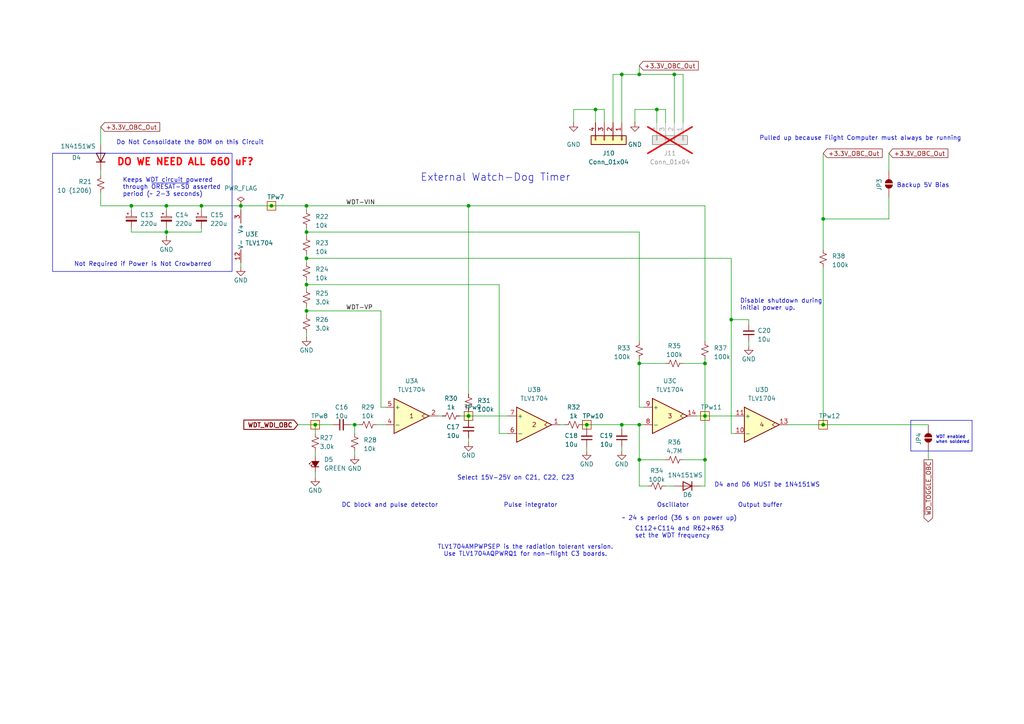
<source format=kicad_sch>
(kicad_sch (version 20250114) (generator "eeschema") (generator_version "9.0")
  (paper "A4")
  (lib_symbols
    (symbol "Connector_Generic:Conn_01x04" (pin_names (offset 1.016) (hide yes))
      (property "Reference" "J" (at 0 5.08 0))
      (property "Value" "Conn_01x04" (at 0 -7.62 0))
      (symbol "Conn_01x04_1_1"
        (rectangle (start -1.27 3.81) (end 1.27 -6.35) (stroke (width 0.254)) (fill (type background)))
        (rectangle (start -1.27 2.667) (end 0 2.413) (stroke (width 0.1524)))
        (rectangle (start -1.27 0.127) (end 0 -0.127) (stroke (width 0.1524)))
        (rectangle (start -1.27 -2.413) (end 0 -2.667) (stroke (width 0.1524)))
        (rectangle (start -1.27 -4.953) (end 0 -5.207) (stroke (width 0.1524)))
        (pin passive line (at -5.08 2.54 0) (length 3.81) (name "Pin_1") (number "1"))
        (pin passive line (at -5.08 0 0) (length 3.81) (name "Pin_2") (number "2"))
        (pin passive line (at -5.08 -2.54 0) (length 3.81) (name "Pin_3") (number "3"))
        (pin passive line (at -5.08 -5.08 0) (length 3.81) (name "Pin_4") (number "4"))
      )
    )
    (symbol "Device:C_Polarized_Small" (pin_numbers (hide yes)) (pin_names (offset 0.254) (hide yes))
      (property "Reference" "C" (at 0.254 1.778 0))
      (property "Value" "C_Polarized_Small" (at 0.254 -2.032 0))
      (symbol "C_Polarized_Small_0_1"
        (rectangle (start -1.524 0.6858) (end 1.524 0.3048))
        (rectangle (start -1.524 -0.3048) (end 1.524 -0.6858) (fill (type outline)))
        (polyline (pts (xy -1.27 1.524) (xy -0.762 1.524)))
        (polyline (pts (xy -1.016 1.27) (xy -1.016 1.778)))
      )
      (symbol "C_Polarized_Small_1_1"
        (pin passive line (at 0 2.54 270) (length 1.8542) (name "~") (number "1"))
        (pin passive line (at 0 -2.54 90) (length 1.8542) (name "~") (number "2"))
      )
    )
    (symbol "Device:C_Small" (pin_numbers (hide yes)) (pin_names (offset 0.254) (hide yes))
      (property "Reference" "C" (at 0.254 1.778 0))
      (property "Value" "C_Small" (at 0.254 -2.032 0))
      (symbol "C_Small_0_1"
        (polyline (pts (xy -1.524 0.508) (xy 1.524 0.508)) (stroke (width 0.3048)))
        (polyline (pts (xy -1.524 -0.508) (xy 1.524 -0.508)) (stroke (width 0.3302)))
      )
      (symbol "C_Small_1_1"
        (pin passive line (at 0 2.54 270) (length 2.032) (name "~") (number "1"))
        (pin passive line (at 0 -2.54 90) (length 2.032) (name "~") (number "2"))
      )
    )
    (symbol "Device:D" (pin_numbers (hide yes)) (pin_names (offset 1.016) (hide yes))
      (property "Reference" "D" (at 0 2.54 0))
      (property "Value" "D" (at 0 -2.54 0))
      (symbol "D_0_1"
        (polyline (pts (xy -1.27 1.27) (xy -1.27 -1.27)) (stroke (width 0.254)))
        (polyline (pts (xy 1.27 1.27) (xy 1.27 -1.27) (xy -1.27 0) (xy 1.27 1.27)) (stroke (width 0.254)))
        (polyline (pts (xy 1.27 0) (xy -1.27 0)))
      )
      (symbol "D_1_1"
        (pin passive line (at -3.81 0 0) (length 2.54) (name "K") (number "1"))
        (pin passive line (at 3.81 0 180) (length 2.54) (name "A") (number "2"))
      )
    )
    (symbol "Device:LED_Small_Filled" (pin_numbers (hide yes)) (pin_names (offset 0.254) (hide yes))
      (property "Reference" "D" (at -1.27 3.175 0))
      (property "Value" "LED_Small_Filled" (at -4.445 -2.54 0))
      (symbol "LED_Small_Filled_0_1"
        (polyline (pts (xy -0.762 -1.016) (xy -0.762 1.016)) (stroke (width 0.254)))
        (polyline (pts (xy 0 0.762) (xy -0.508 1.27) (xy -0.254 1.27) (xy -0.508 1.27) (xy -0.508 1.016)))
        (polyline (pts (xy 0.508 1.27) (xy 0 1.778) (xy 0.254 1.778) (xy 0 1.778) (xy 0 1.524)))
        (polyline (pts (xy 0.762 -1.016) (xy -0.762 0) (xy 0.762 1.016) (xy 0.762 -1.016)) (stroke (width 0.254)) (fill (type outline)))
        (polyline (pts (xy 1.016 0) (xy -0.762 0)))
      )
      (symbol "LED_Small_Filled_1_1"
        (pin passive line (at -2.54 0 0) (length 1.778) (name "K") (number "1"))
        (pin passive line (at 2.54 0 180) (length 1.778) (name "A") (number "2"))
      )
    )
    (symbol "Device:R_Small_US" (pin_numbers (hide yes)) (pin_names (offset 0.254) (hide yes))
      (property "Reference" "R" (at 0.762 0.508 0))
      (property "Value" "R_Small_US" (at 0.762 -1.016 0))
      (symbol "R_Small_US_1_1"
        (polyline (pts (xy 0 1.524) (xy 1.016 1.143) (xy 0 0.762) (xy -1.016 0.381) (xy 0 0)))
        (polyline (pts (xy 0 0) (xy 1.016 -0.381) (xy 0 -0.762) (xy -1.016 -1.143) (xy 0 -1.524)))
        (pin passive line (at 0 2.54 270) (length 1.016) (name "~") (number "1"))
        (pin passive line (at 0 -2.54 90) (length 1.016) (name "~") (number "2"))
      )
    )
    (symbol "Jumper:SolderJumper_2_Open" (pin_numbers (hide yes)) (pin_names (offset 0) (hide yes)) (exclude_from_sim yes) (in_bom no)
      (property "Reference" "JP" (at 0 2.032 0))
      (property "Value" "SolderJumper_2_Open" (at 0 -2.54 0))
      (symbol "SolderJumper_2_Open_0_1"
        (polyline (pts (xy -0.254 1.016) (xy -0.254 -1.016)))
        (arc (start -0.254 -1.016) (mid -1.2656 0) (end -0.254 1.016))
        (arc (start -0.254 -1.016) (mid -1.2656 0) (end -0.254 1.016) (fill (type outline)))
        (arc (start 0.254 1.016) (mid 1.2656 0) (end 0.254 -1.016))
        (arc (start 0.254 1.016) (mid 1.2656 0) (end 0.254 -1.016) (fill (type outline)))
        (polyline (pts (xy 0.254 1.016) (xy 0.254 -1.016)))
      )
      (symbol "SolderJumper_2_Open_1_1"
        (pin passive line (at -3.81 0 0) (length 2.54) (name "A") (number "1"))
        (pin passive line (at 3.81 0 180) (length 2.54) (name "B") (number "2"))
      )
    )
    (symbol "TLV1704:TLV1704AIPWR" (pin_names (offset 0.127))
      (property "Reference" "U4" (at 0 8.89 0))
      (property "Value" "TLV1704" (at 0 6.35 0))
      (symbol "TLV1704AIPWR_1_1"
        (polyline (pts (xy -5.08 5.08) (xy 5.08 0) (xy -5.08 -5.08) (xy -5.08 5.08)) (stroke (width 0.254)) (fill (type background)))
        (polyline (pts (xy 3.048 0) (xy 3.81 -0.635)))
        (polyline (pts (xy 3.81 0.635) (xy 3.048 0)))
        (text "1" (at 0 0 0) (effects (font (size 1.27 1.27))))
        (pin input line (at -7.62 2.54 0) (length 2.54) (name "+") (number "5"))
        (pin input line (at -7.62 -2.54 0) (length 2.54) (name "-") (number "4"))
        (pin open_collector line (at 7.62 0 180) (length 2.54) (name "~") (number "2"))
      )
      (symbol "TLV1704AIPWR_2_1"
        (polyline (pts (xy -5.08 5.08) (xy 5.08 0) (xy -5.08 -5.08) (xy -5.08 5.08)) (stroke (width 0.254)) (fill (type background)))
        (polyline (pts (xy 3.048 0) (xy 3.81 -0.635)))
        (polyline (pts (xy 3.81 0.635) (xy 3.048 0)))
        (text "2" (at 0 0 0) (effects (font (size 1.27 1.27))))
        (pin input line (at -7.62 2.54 0) (length 2.54) (name "+") (number "7"))
        (pin input line (at -7.62 -2.54 0) (length 2.54) (name "-") (number "6"))
        (pin open_collector line (at 7.62 0 180) (length 2.54) (name "~") (number "1"))
      )
      (symbol "TLV1704AIPWR_3_1"
        (polyline (pts (xy -5.08 5.08) (xy 5.08 0) (xy -5.08 -5.08) (xy -5.08 5.08)) (stroke (width 0.254)) (fill (type background)))
        (polyline (pts (xy 3.048 0) (xy 3.81 -0.635)))
        (polyline (pts (xy 3.81 0.635) (xy 3.048 0)))
        (text "3" (at 0 0 0) (effects (font (size 1.27 1.27))))
        (pin input line (at -7.62 2.54 0) (length 2.54) (name "+") (number "9"))
        (pin input line (at -7.62 -2.54 0) (length 2.54) (name "-") (number "8"))
        (pin open_collector line (at 7.62 0 180) (length 2.54) (name "~") (number "14"))
      )
      (symbol "TLV1704AIPWR_4_1"
        (polyline (pts (xy -5.08 5.08) (xy 5.08 0) (xy -5.08 -5.08) (xy -5.08 5.08)) (stroke (width 0.254)) (fill (type background)))
        (polyline (pts (xy 3.048 0) (xy 3.81 -0.635)))
        (polyline (pts (xy 3.81 0.635) (xy 3.048 0)))
        (text "4" (at 0 0 0) (effects (font (size 1.27 1.27))))
        (pin input line (at -7.62 2.54 0) (length 2.54) (name "+") (number "11"))
        (pin input line (at -7.62 -2.54 0) (length 2.54) (name "-") (number "10"))
        (pin open_collector line (at 7.62 0 180) (length 2.54) (name "~") (number "13"))
      )
      (symbol "TLV1704AIPWR_5_1"
        (pin power_in line (at -2.54 7.62 270) (length 3.81) (name "V+") (number "3"))
        (pin power_in line (at -2.54 -7.62 90) (length 3.81) (name "V-") (number "12"))
      )
    )
    (symbol "TestPointWD:Test-Point-0.75mm-th" (exclude_from_sim yes) (in_bom no)
      (property "Reference" "TPw" (at -1.27 2.54 0))
      (symbol "Test-Point-0.75mm-th_1_0"
        (pin passive line (at 0 0 0) (length 0) (name "1") (number "1"))
      )
      (symbol "Test-Point-0.75mm-th_1_1"
        (rectangle (start -1.27 1.27) (end 1.27 -1.27) (fill (type background)))
      )
    )
    (symbol "power:GND" (power) (pin_numbers (hide yes)) (pin_names (offset 0) (hide yes))
      (property "Value" "GND" (at 0 -3.81 0))
      (symbol "GND_0_1"
        (polyline (pts (xy 0 0) (xy 0 -1.27) (xy 1.27 -1.27) (xy 0 -2.54) (xy -1.27 -1.27) (xy 0 -1.27)))
      )
      (symbol "GND_1_1"
        (pin power_in line (at 0 0 270) (length 0) (name "~") (number "1"))
      )
    )
    (symbol "power:PWR_FLAG" (power) (pin_numbers (hide yes)) (pin_names (offset 0) (hide yes))
      (property "Value" "PWR_FLAG" (at 0 3.81 0))
      (symbol "PWR_FLAG_0_0"
        (pin power_out line (at 0 0 90) (length 0) (name "~") (number "1"))
      )
      (symbol "PWR_FLAG_0_1"
        (polyline (pts (xy 0 0) (xy 0 1.27) (xy -1.016 1.905) (xy 0 2.54) (xy 1.016 1.905) (xy 0 1.27)))
      )
    )
  )
  (rectangle (start 15.24 44.45) (end 67.31 78.74))
  (text "TLV1704AMPWPSEP is the radiation tolerant version.\nUse TLV1704AQPWRQ1 for non-flight C3 boards." (at 152.4 159.766 0) (effects (font (size 1.27 1.27))))
  (text "Keeps WDT circuit powered\nthrough ~{ORESAT-SD} asserted\nperiod (~ 2-3 seconds)" (at 35.56 57.15 0) (effects (font (size 1.27 1.27)) (justify left bottom)))
  (text "Backup 5V Bias" (at 267.716 53.848 0) (effects (font (size 1.27 1.27))))
  (text "Pulled up because Flight Computer must always be running" (at 220.218 40.894 0) (effects (font (size 1.27 1.27)) (justify left bottom)))
  (text "Oscillator" (at 190.5 147.32 0) (effects (font (size 1.27 1.27)) (justify left bottom)))
  (text "External Watch-Dog Timer" (at 121.92 52.832 0) (effects (font (size 2.159 2.159)) (justify left bottom)))
  (text "Disable shutdown during\ninitial power up." (at 214.63 90.17 0) (effects (font (size 1.27 1.27)) (justify left bottom)))
  (text "Not Required if Power is Not Crowbarred " (at 41.91 76.708 0) (effects (font (size 1.27 1.27))))
  (text "Pulse integrator" (at 146.05 147.32 0) (effects (font (size 1.27 1.27)) (justify left bottom)))
  (text "C112+C114 and R62+R63 \nset the WDT frequency" (at 184.15 156.21 0) (effects (font (size 1.27 1.27)) (justify left bottom)))
  (text "DO WE NEED ALL 660 uF?" (at 33.782 48.26 0) (effects (font (size 2 2) (thickness 0.4) (bold yes)) (justify left bottom)))
  (text "~ 24 s period (36 s on power up)" (at 180.34 151.13 0) (effects (font (size 1.27 1.27)) (justify left bottom)))
  (text "D4 and D6 MUST be 1N4151WS" (at 222.504 140.716 0) (effects (font (size 1.27 1.27))))
  (text "Do Not Consolidate the BOM on this Circuit" (at 55.118 41.402 0) (effects (font (size 1.27 1.27))))
  (text "Select 15V-25V on C21, C22, C23" (at 149.606 138.684 0) (effects (font (size 1.27 1.27))))
  (text "Output buffer" (at 213.995 147.32 0) (effects (font (size 1.27 1.27)) (justify left bottom)))
  (text "WDT enabled\nwhen soldered" (at 271.399 128.778 0) (effects (font (size 0.889 0.889)) (justify left bottom)))
  (text "DC block and pulse detector" (at 99.06 147.32 0) (effects (font (size 1.27 1.27)) (justify left bottom)))
  (junction (at 238.76 63.5))
  (junction (at 102.87 123.19))
  (junction (at 180.34 21.59))
  (junction (at 204.47 120.65))
  (junction (at 88.9 74.93))
  (junction (at 204.47 105.41))
  (junction (at 88.9 90.17))
  (junction (at 204.47 133.35))
  (junction (at 185.42 105.41))
  (junction (at 185.42 133.35))
  (junction (at 58.42 59.69))
  (junction (at 180.34 123.19))
  (junction (at 172.72 31.75))
  (junction (at 135.89 59.69))
  (junction (at 48.26 59.69))
  (junction (at 195.58 21.59))
  (junction (at 38.1 59.69))
  (junction (at 185.42 123.19))
  (junction (at 88.9 59.69))
  (junction (at 91.44 123.19))
  (junction (at 69.85 59.69))
  (junction (at 78.74 59.69))
  (junction (at 170.18 123.19))
  (junction (at 212.09 92.71))
  (junction (at 48.26 67.31))
  (junction (at 190.5 31.75))
  (junction (at 185.42 21.59))
  (junction (at 135.89 120.65))
  (junction (at 88.9 67.31))
  (junction (at 238.76 123.19))
  (junction (at 88.9 82.55))
  (wire (pts (xy 58.42 66.04) (xy 58.42 67.31)))
  (wire (pts (xy 88.9 82.55) (xy 88.9 83.82)))
  (wire (pts (xy 257.81 44.45) (xy 257.81 49.53)))
  (wire (pts (xy 58.42 59.69) (xy 69.85 59.69)))
  (wire (pts (xy 88.9 90.17) (xy 88.9 91.44)))
  (wire (pts (xy 48.26 67.31) (xy 48.26 68.58)))
  (wire (pts (xy 217.17 100.33) (xy 217.17 99.06)))
  (wire (pts (xy 172.72 31.75) (xy 166.37 31.75)))
  (wire (pts (xy 180.34 123.19) (xy 185.42 123.19)))
  (wire (pts (xy 69.85 77.47) (xy 69.85 76.2)))
  (wire (pts (xy 180.34 21.59) (xy 185.42 21.59)))
  (wire (pts (xy 29.21 49.53) (xy 29.21 50.8)))
  (wire (pts (xy 88.9 90.17) (xy 110.49 90.17)))
  (wire (pts (xy 135.89 120.65) (xy 147.32 120.65)))
  (wire (pts (xy 204.47 140.97) (xy 204.47 133.35)))
  (wire (pts (xy 88.9 82.55) (xy 144.78 82.55)))
  (wire (pts (xy 110.49 90.17) (xy 110.49 118.11)))
  (wire (pts (xy 162.56 123.19) (xy 163.83 123.19)))
  (wire (pts (xy 88.9 67.31) (xy 185.42 67.31)))
  (wire (pts (xy 184.15 31.75) (xy 184.15 35.56)))
  (wire (pts (xy 212.09 92.71) (xy 217.17 92.71)))
  (wire (pts (xy 48.26 67.31) (xy 58.42 67.31)))
  (wire (pts (xy 88.9 81.28) (xy 88.9 82.55)))
  (wire (pts (xy 177.8 21.59) (xy 180.34 21.59)))
  (wire (pts (xy 190.5 35.56) (xy 190.5 31.75)))
  (wire (pts (xy 212.09 92.71) (xy 212.09 125.73)))
  (wire (pts (xy 86.36 123.19) (xy 91.44 123.19)))
  (wire (pts (xy 204.47 104.14) (xy 204.47 105.41)))
  (wire (pts (xy 238.76 123.19) (xy 269.24 123.19)))
  (wire (pts (xy 217.17 93.98) (xy 217.17 92.71)))
  (wire (pts (xy 201.93 120.65) (xy 204.47 120.65)))
  (wire (pts (xy 38.1 59.69) (xy 48.26 59.69)))
  (wire (pts (xy 177.8 35.56) (xy 177.8 21.59)))
  (wire (pts (xy 102.87 130.81) (xy 102.87 132.08)))
  (wire (pts (xy 204.47 105.41) (xy 204.47 120.65)))
  (wire (pts (xy 133.35 120.65) (xy 135.89 120.65)))
  (wire (pts (xy 190.5 31.75) (xy 184.15 31.75)))
  (wire (pts (xy 175.26 31.75) (xy 175.26 35.56)))
  (wire (pts (xy 185.42 140.97) (xy 187.96 140.97)))
  (wire (pts (xy 198.12 35.56) (xy 198.12 21.59)))
  (wire (pts (xy 29.21 59.69) (xy 38.1 59.69)))
  (wire (pts (xy 269.24 130.81) (xy 269.24 133.35)))
  (wire (pts (xy 238.76 63.5) (xy 238.76 72.39)))
  (wire (pts (xy 88.9 88.9) (xy 88.9 90.17)))
  (wire (pts (xy 228.6 123.19) (xy 238.76 123.19)))
  (wire (pts (xy 185.42 104.14) (xy 185.42 105.41)))
  (wire (pts (xy 238.76 44.45) (xy 238.76 63.5)))
  (wire (pts (xy 172.72 35.56) (xy 172.72 31.75)))
  (wire (pts (xy 204.47 120.65) (xy 213.36 120.65)))
  (wire (pts (xy 185.42 140.97) (xy 185.42 133.35)))
  (wire (pts (xy 135.89 128.27) (xy 135.89 127)))
  (wire (pts (xy 88.9 73.66) (xy 88.9 74.93)))
  (wire (pts (xy 91.44 125.73) (xy 91.44 123.19)))
  (wire (pts (xy 257.81 63.5) (xy 238.76 63.5)))
  (wire (pts (xy 170.18 123.19) (xy 180.34 123.19)))
  (wire (pts (xy 185.42 99.06) (xy 185.42 67.31)))
  (wire (pts (xy 91.44 130.81) (xy 91.44 132.08)))
  (polyline (pts (xy 264.16 121.92) (xy 281.94 121.92)))
  (wire (pts (xy 29.21 36.83) (xy 29.21 41.91)))
  (polyline (pts (xy 264.16 130.81) (xy 264.16 121.92)))
  (wire (pts (xy 193.04 31.75) (xy 193.04 35.56)))
  (wire (pts (xy 185.42 118.11) (xy 185.42 105.41)))
  (wire (pts (xy 58.42 60.96) (xy 58.42 59.69)))
  (wire (pts (xy 193.04 133.35) (xy 185.42 133.35)))
  (wire (pts (xy 69.85 59.69) (xy 78.74 59.69)))
  (wire (pts (xy 135.89 59.69) (xy 135.89 114.3)))
  (wire (pts (xy 135.89 120.65) (xy 135.89 121.92)))
  (wire (pts (xy 102.87 123.19) (xy 102.87 125.73)))
  (wire (pts (xy 257.81 57.15) (xy 257.81 63.5)))
  (wire (pts (xy 135.89 120.65) (xy 135.89 119.38)))
  (wire (pts (xy 203.2 140.97) (xy 204.47 140.97)))
  (wire (pts (xy 212.09 74.93) (xy 212.09 92.71)))
  (wire (pts (xy 48.26 66.04) (xy 48.26 67.31)))
  (wire (pts (xy 198.12 133.35) (xy 204.47 133.35)))
  (wire (pts (xy 88.9 74.93) (xy 212.09 74.93)))
  (wire (pts (xy 69.85 60.96) (xy 69.85 59.69)))
  (wire (pts (xy 78.74 59.69) (xy 88.9 59.69)))
  (wire (pts (xy 88.9 67.31) (xy 88.9 68.58)))
  (wire (pts (xy 238.76 77.47) (xy 238.76 123.19)))
  (wire (pts (xy 88.9 96.52) (xy 88.9 97.79)))
  (wire (pts (xy 135.89 59.69) (xy 88.9 59.69)))
  (wire (pts (xy 170.18 123.19) (xy 170.18 124.46)))
  (wire (pts (xy 198.12 105.41) (xy 204.47 105.41)))
  (wire (pts (xy 180.34 124.46) (xy 180.34 123.19)))
  (wire (pts (xy 135.89 59.69) (xy 204.47 59.69)))
  (polyline (pts (xy 281.94 121.92) (xy 281.94 130.81)))
  (wire (pts (xy 88.9 60.96) (xy 88.9 59.69)))
  (wire (pts (xy 48.26 67.31) (xy 38.1 67.31)))
  (wire (pts (xy 91.44 138.43) (xy 91.44 137.16)))
  (wire (pts (xy 185.42 133.35) (xy 185.42 123.19)))
  (wire (pts (xy 88.9 74.93) (xy 88.9 76.2)))
  (wire (pts (xy 144.78 125.73) (xy 147.32 125.73)))
  (wire (pts (xy 180.34 130.81) (xy 180.34 129.54)))
  (wire (pts (xy 144.78 82.55) (xy 144.78 125.73)))
  (wire (pts (xy 185.42 105.41) (xy 193.04 105.41)))
  (wire (pts (xy 48.26 59.69) (xy 58.42 59.69)))
  (wire (pts (xy 48.26 59.69) (xy 48.26 60.96)))
  (wire (pts (xy 166.37 31.75) (xy 166.37 35.56)))
  (wire (pts (xy 127 120.65) (xy 128.27 120.65)))
  (wire (pts (xy 168.91 123.19) (xy 170.18 123.19)))
  (wire (pts (xy 195.58 21.59) (xy 185.42 21.59)))
  (wire (pts (xy 29.21 55.88) (xy 29.21 59.69)))
  (wire (pts (xy 190.5 31.75) (xy 193.04 31.75)))
  (wire (pts (xy 172.72 31.75) (xy 175.26 31.75)))
  (wire (pts (xy 170.18 130.81) (xy 170.18 129.54)))
  (wire (pts (xy 186.69 118.11) (xy 185.42 118.11)))
  (wire (pts (xy 198.12 21.59) (xy 195.58 21.59)))
  (wire (pts (xy 101.6 123.19) (xy 102.87 123.19)))
  (wire (pts (xy 102.87 123.19) (xy 104.14 123.19)))
  (wire (pts (xy 204.47 99.06) (xy 204.47 59.69)))
  (wire (pts (xy 193.04 140.97) (xy 195.58 140.97)))
  (wire (pts (xy 195.58 35.56) (xy 195.58 21.59)))
  (wire (pts (xy 38.1 59.69) (xy 38.1 60.96)))
  (wire (pts (xy 185.42 21.59) (xy 185.42 19.05)))
  (wire (pts (xy 212.09 125.73) (xy 213.36 125.73)))
  (wire (pts (xy 204.47 133.35) (xy 204.47 120.65)))
  (wire (pts (xy 180.34 21.59) (xy 180.34 35.56)))
  (wire (pts (xy 88.9 66.04) (xy 88.9 67.31)))
  (polyline (pts (xy 281.94 130.81) (xy 264.16 130.81)))
  (wire (pts (xy 38.1 66.04) (xy 38.1 67.31)))
  (wire (pts (xy 185.42 123.19) (xy 186.69 123.19)))
  (wire (pts (xy 91.44 123.19) (xy 96.52 123.19)))
  (wire (pts (xy 110.49 118.11) (xy 111.76 118.11)))
  (wire (pts (xy 109.22 123.19) (xy 111.76 123.19)))
  (label "WDT-VP" (at 100.33 90.17 0))
  (label "WDT-VIN" (at 100.33 59.69 0))
  (global_label "+3.3V_OBC_Out" (shape input) (at 238.76 44.45 0) (property "Intersheetrefs" "${INTERSHEET_REFS}" (effects (hide yes))))
  (global_label "~{WD_TOGGLE_OBC}" (shape output) (at 269.24 133.35 270) (property "Intersheetrefs" "${INTERSHEET_REFS}" (effects (hide yes))))
  (global_label "WDT_WDI_OBC" (shape input) (at 86.36 123.19 180) (effects (font (thickness 0.254) (bold yes))) (property "Intersheetrefs" "${INTERSHEET_REFS}" (effects (hide yes))))
  (global_label "+3.3V_OBC_Out" (shape input) (at 29.21 36.83 0) (property "Intersheetrefs" "${INTERSHEET_REFS}" (effects (hide yes))))
  (global_label "+3.3V_OBC_Out" (shape input) (at 185.42 19.05 0) (property "Intersheetrefs" "${INTERSHEET_REFS}" (effects (hide yes))))
  (global_label "+3.3V_OBC_Out" (shape input) (at 257.81 44.45 0) (property "Intersheetrefs" "${INTERSHEET_REFS}" (effects (hide yes))))
  (symbol (lib_id "Device:R_Small_US") (at 88.9 78.74 0) (unit 1)
    (property "Reference" "R24" (at 91.44 78.105 0) (effects (justify left)))
    (property "Value" "10k" (at 91.44 80.645 0) (effects (justify left)))
    (property "Footprint" "Resistor_SMD:R_0603_1608Metric" (effects (hide yes)))
    (property "Description" "Resistor, small US symbol" (effects (hide yes)))
    (property "DPN" "RMCF0603FT10K0CT-ND" (effects (hide yes)))
    (property "DST" "Digi-Key" (effects (hide yes)))
    (property "MFR" "Stackpole Electronics Inc" (effects (hide yes)))
    (property "MPN" "RMCF0603FT10K0" (effects (hide yes)))
  )
  (symbol (lib_id "TLV1704:TLV1704AIPWR") (at 154.94 123.19 0) (unit 2)
    (property "Reference" "U3" (at 154.94 113.03 0))
    (property "Value" "TLV1704" (at 154.94 115.57 0))
    (property "Footprint" "Package_SO:TSSOP-14_4.4x5mm_P0.65mm" (effects (hide yes)))
    (property "Datasheet" "https://www.ti.com/lit/ds/symlink/tlv1704-sep.pdf" (effects (hide yes)))
    (property "Description" "Analog Comparators 2.2-V to 36-V, radiation tolerant microPower quad comparator in space enhanced plastic 14-TSSOP -55 to 125" (effects (hide yes)))
    (property "MFR" "Texas Instruments" (effects (hide yes)))
    (property "MPN" "TLV1704AQPWRQ1" (effects (hide yes)))
    (property "DST" "Digi-Key" (effects (hide yes)))
    (property "DPN" "296-43799-2-ND" (effects (hide yes)))
  )
  (symbol (lib_id "Device:R_Small_US") (at 195.58 133.35 270) (unit 1)
    (property "Reference" "R36" (at 195.58 128.27 90))
    (property "Value" "4.7M" (at 195.58 130.81 90))
    (property "Footprint" "Resistor_SMD:R_0603_1608Metric" (effects (hide yes)))
    (property "Description" "Resistor, small US symbol" (effects (hide yes)))
    (property "DPN" "RMCF0603FT4M70CT-ND" (effects (hide yes)))
    (property "DST" "Digi-Key" (effects (hide yes)))
    (property "MFR" "Stackpole Electronics Inc" (effects (hide yes)))
    (property "MPN" "RMCF0603FT4M70" (effects (hide yes)))
  )
  (symbol (lib_id "power:PWR_FLAG") (at 69.85 59.69 0) (unit 1)
    (property "Reference" "#FLG05" (effects (hide yes)))
    (property "Value" "PWR_FLAG" (at 69.85 54.61 0))
    (property "Description" "Special symbol for telling ERC where power comes from" (effects (hide yes)))
  )
  (symbol (lib_id "Device:R_Small_US") (at 190.5 140.97 270) (unit 1)
    (property "Reference" "R34" (at 190.5 136.525 90))
    (property "Value" "100k" (at 190.5 139.065 90))
    (property "Footprint" "Resistor_SMD:R_0603_1608Metric" (effects (hide yes)))
    (property "Description" "Resistor, small US symbol" (effects (hide yes)))
    (property "DPN" "RMCF0603FT100KCT-ND" (effects (hide yes)))
    (property "DST" "Digi-Key" (effects (hide yes)))
    (property "MFR" "Stackpole Electronics Inc" (effects (hide yes)))
    (property "MPN" "RMCF0603FT100K" (effects (hide yes)))
  )
  (symbol (lib_id "Jumper:SolderJumper_2_Open") (at 257.81 53.34 270) (unit 1)
    (property "Reference" "JP3" (at 255.016 53.594 0))
    (property "Value" "SolderJumper_2_Open" (effects (hide yes)))
    (property "Footprint" "Jumper:SolderJumper-2_P1.3mm_Open_RoundedPad1.0x1.5mm" (effects (hide yes)))
    (property "Description" "Solder Jumper, 2-pole, open" (effects (hide yes)))
  )
  (symbol (lib_id "TestPointWD:Test-Point-0.75mm-th") (at 204.47 120.65 0) (unit 1) (exclude_from_sim yes) (in_bom no)
    (property "Reference" "TPw11" (at 203.2 118.11 0) (effects (justify left)))
    (property "Value" "TestPoint-MinTH" (effects (hide yes)))
    (property "Footprint" "TestPoint:TestPoint_Pad_1.0x1.0mm" (effects (hide yes)))
    (property "Description" "0.75 mm TH test point; good for scope probes and jumpers" (effects (hide yes)))
  )
  (symbol (lib_id "power:GND") (at 102.87 132.08 0) (unit 1)
    (property "Reference" "#PWR022" (effects (hide yes)))
    (property "Value" "GND" (at 102.87 135.89 0))
    (property "Description" "Power symbol creates a global label with name \"GND\" , ground" (effects (hide yes)))
  )
  (symbol (lib_id "Device:LED_Small_Filled") (at 91.44 134.62 90) (unit 1)
    (property "Reference" "D5" (at 93.98 133.2865 90) (effects (justify right)))
    (property "Value" "GREEN" (at 93.98 135.8265 90) (effects (justify right)))
    (property "Footprint" "LED_SMD:LED_0603_1608Metric" (effects (hide yes)))
    (property "Description" "Light emitting diode, small symbol, filled shape" (effects (hide yes)))
    (property "DPN" "732-4971-1-ND" (effects (hide yes)))
    (property "DST" "Digi-Key" (effects (hide yes)))
    (property "MFR" "Wurth" (effects (hide yes)))
    (property "MPN" "150060GS75000" (effects (hide yes)))
    (property "Sim.Pins" "1=K 2=A" (effects (hide yes)))
  )
  (symbol (lib_id "Device:R_Small_US") (at 195.58 105.41 90) (unit 1)
    (property "Reference" "R35" (at 195.58 100.33 90))
    (property "Value" "100k" (at 195.58 102.87 90))
    (property "Footprint" "Resistor_SMD:R_0603_1608Metric" (effects (hide yes)))
    (property "Description" "Resistor, small US symbol" (effects (hide yes)))
    (property "DPN" "RMCF0603FT100KCT-ND" (effects (hide yes)))
    (property "DST" "Digi-Key" (effects (hide yes)))
    (property "MFR" "Stackpole Electronics Inc" (effects (hide yes)))
    (property "MPN" "RMCF0603FT100K" (effects (hide yes)))
  )
  (symbol (lib_id "Device:R_Small_US") (at 130.81 120.65 90) (unit 1)
    (property "Reference" "R30" (at 130.81 115.57 90))
    (property "Value" "1k" (at 130.81 118.11 90))
    (property "Footprint" "Resistor_SMD:R_0603_1608Metric" (effects (hide yes)))
    (property "Description" "Resistor, small US symbol" (effects (hide yes)))
    (property "DPN" "RMCF0603FT1K00CT-ND" (effects (hide yes)))
    (property "DST" "Digi-Key" (effects (hide yes)))
    (property "MFR" "Stackpole Electronics Inc" (effects (hide yes)))
    (property "MPN" "RMCF0603FT1K00" (effects (hide yes)))
  )
  (symbol (lib_id "power:GND") (at 69.85 77.47 0) (mirror y) (unit 1)
    (property "Reference" "#PWR019" (effects (hide yes)))
    (property "Value" "GND" (at 69.85 81.28 0))
    (property "Description" "Power symbol creates a global label with name \"GND\" , ground" (effects (hide yes)))
  )
  (symbol (lib_id "Connector_Generic:Conn_01x04") (at 195.58 40.64 270) (unit 1) (on_board no) (dnp yes)
    (property "Reference" "J11" (at 194.31 44.45 90))
    (property "Value" "Conn_01x04" (at 194.31 46.99 90))
    (property "Footprint" "Connector_PinSocket_2.54mm:PinSocket_1x04_P2.54mm_Vertical" (effects (hide yes)))
    (property "Description" "Generic connector, single row, 01x04, script generated (kicad-library-utils/schlib/autogen/connector/)" (effects (hide yes)))
  )
  (symbol (lib_id "Device:R_Small_US") (at 88.9 93.98 0) (unit 1)
    (property "Reference" "R26" (at 91.44 92.71 0) (effects (justify left)))
    (property "Value" "3.0k" (at 91.44 95.25 0) (effects (justify left)))
    (property "Footprint" "Resistor_SMD:R_0603_1608Metric" (effects (hide yes)))
    (property "Description" "Resistor, small US symbol" (effects (hide yes)))
    (property "DPN" "RMCF0603FT3K00CT-ND" (effects (hide yes)))
    (property "DST" "Digi-Key" (effects (hide yes)))
    (property "MFR" "Stackpole Electronics Inc" (effects (hide yes)))
    (property "MPN" "RMCF0603FT3K00" (effects (hide yes)))
  )
  (symbol (lib_id "Device:R_Small_US") (at 88.9 63.5 0) (unit 1)
    (property "Reference" "R22" (at 91.44 62.865 0) (effects (justify left)))
    (property "Value" "10k" (at 91.44 65.405 0) (effects (justify left)))
    (property "Footprint" "Resistor_SMD:R_0603_1608Metric" (effects (hide yes)))
    (property "Description" "Resistor, small US symbol" (effects (hide yes)))
    (property "DPN" "RMCF0603FT10K0CT-ND" (effects (hide yes)))
    (property "DST" "Digi-Key" (effects (hide yes)))
    (property "MFR" "Stackpole Electronics Inc" (effects (hide yes)))
    (property "MPN" "RMCF0603FT10K0" (effects (hide yes)))
  )
  (symbol (lib_id "Device:C_Small") (at 99.06 123.19 90) (unit 1)
    (property "Reference" "C16" (at 99.0663 118.11 90))
    (property "Value" "10u" (at 99.0663 120.65 90))
    (property "Footprint" "Capacitor_SMD:C_1210_3225Metric" (effects (hide yes)))
    (property "Description" "Unpolarized capacitor, small symbol" (effects (hide yes)))
    (property "DPN" "490-12317-1-ND" (effects (hide yes)))
    (property "DST" "Digi-Key" (effects (hide yes)))
    (property "MFR" "Murata" (effects (hide yes)))
    (property "MPN" "GRT188R61C106KE13D" (effects (hide yes)))
  )
  (symbol (lib_id "Device:R_Small_US") (at 102.87 128.27 0) (unit 1)
    (property "Reference" "R28" (at 105.41 127.635 0) (effects (justify left)))
    (property "Value" "10k" (at 105.41 130.175 0) (effects (justify left)))
    (property "Footprint" "Resistor_SMD:R_0603_1608Metric" (effects (hide yes)))
    (property "Description" "Resistor, small US symbol" (effects (hide yes)))
    (property "DPN" "RMCF0603FT10K0CT-ND" (effects (hide yes)))
    (property "DST" "Digi-Key" (effects (hide yes)))
    (property "MFR" "Stackpole Electronics Inc" (effects (hide yes)))
    (property "MPN" "RMCF0603FT10K0" (effects (hide yes)))
  )
  (symbol (lib_id "power:GND") (at 135.89 128.27 0) (unit 1)
    (property "Reference" "#PWR023" (effects (hide yes)))
    (property "Value" "GND" (at 135.89 132.08 0))
    (property "Description" "Power symbol creates a global label with name \"GND\" , ground" (effects (hide yes)))
  )
  (symbol (lib_id "power:GND") (at 91.44 138.43 0) (unit 1)
    (property "Reference" "#PWR021" (effects (hide yes)))
    (property "Value" "GND" (at 91.44 142.24 0))
    (property "Description" "Power symbol creates a global label with name \"GND\" , ground" (effects (hide yes)))
  )
  (symbol (lib_id "power:GND") (at 48.26 68.58 0) (unit 1)
    (property "Reference" "#PWR018" (effects (hide yes)))
    (property "Value" "GND" (at 48.26 72.39 0))
    (property "Description" "Power symbol creates a global label with name \"GND\" , ground" (effects (hide yes)))
  )
  (symbol (lib_id "Device:C_Small") (at 170.18 127 0) (mirror x) (unit 1)
    (property "Reference" "C18" (at 167.64 126.3586 0) (effects (justify right)))
    (property "Value" "10u" (at 167.64 128.8986 0) (effects (justify right)))
    (property "Footprint" "Capacitor_SMD:C_1210_3225Metric" (effects (hide yes)))
    (property "Description" "Unpolarized capacitor, small symbol" (effects (hide yes)))
    (property "DPN" "490-12317-1-ND" (effects (hide yes)))
    (property "DST" "Digi-Key" (effects (hide yes)))
    (property "MFR" "Murata" (effects (hide yes)))
    (property "MPN" "GRT188R61C106KE13D" (effects (hide yes)))
  )
  (symbol (lib_id "Device:C_Polarized_Small") (at 38.1 63.5 0) (unit 1)
    (property "Reference" "C13" (at 40.64 62.3189 0) (effects (justify left)))
    (property "Value" "220u" (at 40.64 64.8589 0) (effects (justify left)))
    (property "Footprint" "Capacitor_Tantalum_SMD:CP_EIA-7361-38_AVX-V" (effects (hide yes)))
    (property "Description" "Polarized capacitor, small symbol" (effects (hide yes)))
    (property "DPN" "478-12518-2-ND" (effects (hide yes)))
    (property "DST" "Digi-Key" (effects (hide yes)))
    (property "MFR" "Kyocera AVX" (effects (hide yes)))
    (property "MPN" "TCN4227M025R0100" (effects (hide yes)))
  )
  (symbol (lib_id "power:GND") (at 184.15 35.56 0) (unit 1)
    (property "Reference" "#PWR027" (effects (hide yes)))
    (property "Value" "GND" (at 184.15 41.91 0))
    (property "Description" "Power symbol creates a global label with name \"GND\" , ground" (effects (hide yes)))
  )
  (symbol (lib_id "Device:C_Polarized_Small") (at 48.26 63.5 0) (unit 1)
    (property "Reference" "C14" (at 50.8 62.3189 0) (effects (justify left)))
    (property "Value" "220u" (at 50.8 64.8589 0) (effects (justify left)))
    (property "Footprint" "Capacitor_Tantalum_SMD:CP_EIA-7361-38_AVX-V" (effects (hide yes)))
    (property "Description" "Polarized capacitor, small symbol" (effects (hide yes)))
    (property "DPN" "478-12518-2-ND" (effects (hide yes)))
    (property "DST" "Digi-Key" (effects (hide yes)))
    (property "MFR" "Kyocera AVX" (effects (hide yes)))
    (property "MPN" "TCN4227M025R0100" (effects (hide yes)))
  )
  (symbol (lib_id "Connector_Generic:Conn_01x04") (at 177.8 40.64 270) (unit 1)
    (property "Reference" "J10" (at 176.53 44.45 90))
    (property "Value" "Conn_01x04" (at 176.53 46.99 90))
    (property "Footprint" "Connector_PinSocket_2.54mm:PinSocket_1x04_P2.54mm_Vertical" (effects (hide yes)))
    (property "Description" "Generic connector, single row, 01x04, script generated (kicad-library-utils/schlib/autogen/connector/)" (effects (hide yes)))
  )
  (symbol (lib_id "Device:R_Small_US") (at 91.44 128.27 0) (unit 1)
    (property "Reference" "R27" (at 92.71 127 0) (effects (justify left)))
    (property "Value" "3.0k" (at 92.71 129.54 0) (effects (justify left)))
    (property "Footprint" "Resistor_SMD:R_0603_1608Metric" (effects (hide yes)))
    (property "Description" "Resistor, small US symbol" (effects (hide yes)))
    (property "DPN" "RMCF0603FT3K00CT-ND" (effects (hide yes)))
    (property "DST" "Digi-Key" (effects (hide yes)))
    (property "MFR" "Stackpole Electronics Inc" (effects (hide yes)))
    (property "MPN" "RMCF0603FT3K00" (effects (hide yes)))
  )
  (symbol (lib_id "Jumper:SolderJumper_2_Open") (at 269.24 127 270) (unit 1)
    (property "Reference" "JP4" (at 266.446 127.254 0))
    (property "Value" "SolderJumper_2_Open" (effects (hide yes)))
    (property "Footprint" "Jumper:SolderJumper-2_P1.3mm_Open_RoundedPad1.0x1.5mm" (effects (hide yes)))
    (property "Description" "Solder Jumper, 2-pole, open" (effects (hide yes)))
  )
  (symbol (lib_id "TLV1704:TLV1704AIPWR") (at 194.31 120.65 0) (unit 3)
    (property "Reference" "U3" (at 194.31 110.49 0))
    (property "Value" "TLV1704" (at 194.31 113.03 0))
    (property "Footprint" "Package_SO:TSSOP-14_4.4x5mm_P0.65mm" (effects (hide yes)))
    (property "Datasheet" "https://www.ti.com/lit/ds/symlink/tlv1704-sep.pdf" (effects (hide yes)))
    (property "Description" "Analog Comparators 2.2-V to 36-V, radiation tolerant microPower quad comparator in space enhanced plastic 14-TSSOP -55 to 125" (effects (hide yes)))
    (property "MFR" "Texas Instruments" (effects (hide yes)))
    (property "MPN" "TLV1704AQPWRQ1" (effects (hide yes)))
    (property "DST" "Digi-Key" (effects (hide yes)))
    (property "DPN" "296-43799-2-ND" (effects (hide yes)))
  )
  (symbol (lib_id "Device:R_Small_US") (at 88.9 71.12 0) (unit 1)
    (property "Reference" "R23" (at 91.44 70.485 0) (effects (justify left)))
    (property "Value" "10k" (at 91.44 73.025 0) (effects (justify left)))
    (property "Footprint" "Resistor_SMD:R_0603_1608Metric" (effects (hide yes)))
    (property "Description" "Resistor, small US symbol" (effects (hide yes)))
    (property "DPN" "RMCF0603FT10K0CT-ND" (effects (hide yes)))
    (property "DST" "Digi-Key" (effects (hide yes)))
    (property "MFR" "Stackpole Electronics Inc" (effects (hide yes)))
    (property "MPN" "RMCF0603FT10K0" (effects (hide yes)))
  )
  (symbol (lib_id "power:GND") (at 180.34 130.81 0) (mirror y) (unit 1)
    (property "Reference" "#PWR026" (effects (hide yes)))
    (property "Value" "GND" (at 180.34 134.62 0))
    (property "Description" "Power symbol creates a global label with name \"GND\" , ground" (effects (hide yes)))
  )
  (symbol (lib_id "TestPointWD:Test-Point-0.75mm-th") (at 238.76 123.19 0) (unit 1) (exclude_from_sim yes) (in_bom no)
    (property "Reference" "TPw12" (at 237.49 120.65 0) (effects (justify left)))
    (property "Value" "TestPoint-MinTH" (effects (hide yes)))
    (property "Footprint" "TestPoint:TestPoint_Pad_1.0x1.0mm" (effects (hide yes)))
    (property "Description" "0.75 mm TH test point; good for scope probes and jumpers" (effects (hide yes)))
  )
  (symbol (lib_id "Device:C_Small") (at 180.34 127 0) (mirror x) (unit 1)
    (property "Reference" "C19" (at 177.8 126.3586 0) (effects (justify right)))
    (property "Value" "10u" (at 177.8 128.8986 0) (effects (justify right)))
    (property "Footprint" "Capacitor_SMD:C_1210_3225Metric" (effects (hide yes)))
    (property "Description" "Unpolarized capacitor, small symbol" (effects (hide yes)))
    (property "DPN" "490-12317-1-ND" (effects (hide yes)))
    (property "DST" "Digi-Key" (effects (hide yes)))
    (property "MFR" "Murata" (effects (hide yes)))
    (property "MPN" "GRT188R61C106KE13D" (effects (hide yes)))
  )
  (symbol (lib_id "TLV1704:TLV1704AIPWR") (at 72.39 68.58 0) (unit 5)
    (property "Reference" "U3" (at 71.12 67.945 0) (effects (justify left)))
    (property "Value" "TLV1704" (at 71.12 70.485 0) (effects (justify left)))
    (property "Footprint" "Package_SO:TSSOP-14_4.4x5mm_P0.65mm" (effects (hide yes)))
    (property "Datasheet" "https://www.ti.com/lit/ds/symlink/tlv1704-sep.pdf" (effects (hide yes)))
    (property "Description" "Analog Comparators 2.2-V to 36-V, radiation tolerant microPower quad comparator in space enhanced plastic 14-TSSOP -55 to 125" (effects (hide yes)))
    (property "MFR" "Texas Instruments" (effects (hide yes)))
    (property "MPN" "TLV1704AQPWRQ1" (effects (hide yes)))
    (property "DST" "Digi-Key" (effects (hide yes)))
    (property "DPN" "296-43799-2-ND" (effects (hide yes)))
  )
  (symbol (lib_id "TestPointWD:Test-Point-0.75mm-th") (at 78.74 59.69 0) (unit 1) (exclude_from_sim yes) (in_bom no)
    (property "Reference" "TPw7" (at 77.47 57.15 0) (effects (justify left)))
    (property "Value" "TestPoint-MinTH" (effects (hide yes)))
    (property "Footprint" "TestPoint:TestPoint_Pad_1.0x1.0mm" (effects (hide yes)))
    (property "Description" "0.75 mm TH test point; good for scope probes and jumpers" (effects (hide yes)))
  )
  (symbol (lib_id "Device:D") (at 29.21 45.72 270) (mirror x) (unit 1)
    (property "Reference" "D4" (at 20.828 45.72 90) (effects (justify left)))
    (property "Value" "1N4151WS" (at 17.526 42.418 90) (effects (justify left)))
    (property "Footprint" "Diode_SMD:D_SOD-323" (effects (hide yes)))
    (property "Description" "Diode" (effects (hide yes)))
    (property "DPN" "112-1N4151WS-E3-08CT-ND" (effects (hide yes)))
    (property "DST" "Digi-Key" (effects (hide yes)))
    (property "MFR" "Vishay" (effects (hide yes)))
    (property "MPN" "1N4151WS-E3-08" (effects (hide yes)))
    (property "Sim.Device" "D" (effects (hide yes)))
    (property "Sim.Pins" "1=K 2=A" (effects (hide yes)))
  )
  (symbol (lib_id "Device:R_Small_US") (at 238.76 74.93 180) (unit 1)
    (property "Reference" "R38" (at 241.3 74.295 0) (effects (justify right)))
    (property "Value" "100k" (at 241.3 76.835 0) (effects (justify right)))
    (property "Footprint" "Resistor_SMD:R_0603_1608Metric" (effects (hide yes)))
    (property "Description" "Resistor, small US symbol" (effects (hide yes)))
    (property "DPN" "RMCF0603FT100KCT-ND" (effects (hide yes)))
    (property "DST" "Digi-Key" (effects (hide yes)))
    (property "MFR" "Stackpole Electronics Inc" (effects (hide yes)))
    (property "MPN" "RMCF0603FT100K" (effects (hide yes)))
  )
  (symbol (lib_id "Device:C_Small") (at 217.17 96.52 180) (unit 1)
    (property "Reference" "C20" (at 219.71 95.8786 0) (effects (justify right)))
    (property "Value" "10u" (at 219.71 98.4186 0) (effects (justify right)))
    (property "Footprint" "Capacitor_SMD:C_1210_3225Metric" (effects (hide yes)))
    (property "Description" "Unpolarized capacitor, small symbol" (effects (hide yes)))
    (property "DPN" "490-12317-1-ND" (effects (hide yes)))
    (property "DST" "Digi-Key" (effects (hide yes)))
    (property "MFR" "Murata" (effects (hide yes)))
    (property "MPN" "GRT188R61C106KE13D" (effects (hide yes)))
  )
  (symbol (lib_id "Device:R_Small_US") (at 204.47 101.6 180) (unit 1)
    (property "Reference" "R37" (at 207.01 100.965 0) (effects (justify right)))
    (property "Value" "100k" (at 207.01 103.505 0) (effects (justify right)))
    (property "Footprint" "Resistor_SMD:R_0603_1608Metric" (effects (hide yes)))
    (property "Description" "Resistor, small US symbol" (effects (hide yes)))
    (property "DPN" "RMCF0603FT100KCT-ND" (effects (hide yes)))
    (property "DST" "Digi-Key" (effects (hide yes)))
    (property "MFR" "Stackpole Electronics Inc" (effects (hide yes)))
    (property "MPN" "RMCF0603FT100K" (effects (hide yes)))
  )
  (symbol (lib_id "power:GND") (at 170.18 130.81 0) (mirror y) (unit 1)
    (property "Reference" "#PWR025" (effects (hide yes)))
    (property "Value" "GND" (at 170.18 134.62 0))
    (property "Description" "Power symbol creates a global label with name \"GND\" , ground" (effects (hide yes)))
  )
  (symbol (lib_id "Device:R_Small_US") (at 185.42 101.6 0) (mirror x) (unit 1)
    (property "Reference" "R33" (at 182.88 100.965 0) (effects (justify right)))
    (property "Value" "100k" (at 182.88 103.505 0) (effects (justify right)))
    (property "Footprint" "Resistor_SMD:R_0603_1608Metric" (effects (hide yes)))
    (property "Description" "Resistor, small US symbol" (effects (hide yes)))
    (property "DPN" "RMCF0603FT100KCT-ND" (effects (hide yes)))
    (property "DST" "Digi-Key" (effects (hide yes)))
    (property "MFR" "Stackpole Electronics Inc" (effects (hide yes)))
    (property "MPN" "RMCF0603FT100K" (effects (hide yes)))
  )
  (symbol (lib_id "Device:C_Polarized_Small") (at 58.42 63.5 0) (unit 1)
    (property "Reference" "C15" (at 60.96 62.3189 0) (effects (justify left)))
    (property "Value" "220u" (at 60.96 64.8589 0) (effects (justify left)))
    (property "Footprint" "Capacitor_Tantalum_SMD:CP_EIA-7361-38_AVX-V" (effects (hide yes)))
    (property "Description" "Polarized capacitor, small symbol" (effects (hide yes)))
    (property "DPN" "478-12518-2-ND" (effects (hide yes)))
    (property "DST" "Digi-Key" (effects (hide yes)))
    (property "MFR" "Kyocera AVX" (effects (hide yes)))
    (property "MPN" "TCN4227M025R0100" (effects (hide yes)))
  )
  (symbol (lib_id "TestPointWD:Test-Point-0.75mm-th") (at 91.44 123.19 0) (unit 1) (exclude_from_sim yes) (in_bom no)
    (property "Reference" "TPw8" (at 90.17 120.65 0) (effects (justify left)))
    (property "Value" "TestPoint-MinTH" (effects (hide yes)))
    (property "Footprint" "TestPoint:TestPoint_Pad_1.0x1.0mm" (effects (hide yes)))
    (property "Description" "0.75 mm TH test point; good for scope probes and jumpers" (effects (hide yes)))
  )
  (symbol (lib_id "Device:R_Small_US") (at 88.9 86.36 0) (unit 1)
    (property "Reference" "R25" (at 91.44 85.09 0) (effects (justify left)))
    (property "Value" "3.0k" (at 91.44 87.63 0) (effects (justify left)))
    (property "Footprint" "Resistor_SMD:R_0603_1608Metric" (effects (hide yes)))
    (property "Description" "Resistor, small US symbol" (effects (hide yes)))
    (property "DPN" "RMCF0603FT3K00CT-ND" (effects (hide yes)))
    (property "DST" "Digi-Key" (effects (hide yes)))
    (property "MFR" "Stackpole Electronics Inc" (effects (hide yes)))
    (property "MPN" "RMCF0603FT3K00" (effects (hide yes)))
  )
  (symbol (lib_id "Device:D") (at 199.39 140.97 180) (unit 1)
    (property "Reference" "D6" (at 199.39 143.51 0))
    (property "Value" "1N4151WS" (at 198.755 137.795 0))
    (property "Footprint" "Diode_SMD:D_SOD-323" (effects (hide yes)))
    (property "Description" "Diode" (effects (hide yes)))
    (property "DPN" "112-1N4151WS-E3-08CT-ND" (effects (hide yes)))
    (property "DST" "Digi-Key" (effects (hide yes)))
    (property "MFR" "Vishay" (effects (hide yes)))
    (property "MPN" "1N4151WS-E3-08" (effects (hide yes)))
    (property "Sim.Device" "D" (effects (hide yes)))
    (property "Sim.Pins" "1=K 2=A" (effects (hide yes)))
  )
  (symbol (lib_id "Device:R_Small_US") (at 29.21 53.34 0) (mirror y) (unit 1)
    (property "Reference" "R21" (at 26.67 52.705 0) (effects (justify left)))
    (property "Value" "10 (1206)" (at 26.67 55.245 0) (effects (justify left)))
    (property "Footprint" "Resistor_SMD:R_1206_3216Metric" (effects (hide yes)))
    (property "Description" "Resistor, small US symbol" (effects (hide yes)))
    (property "DPN" "RHM10.0AFCT-ND" (effects (hide yes)))
    (property "DST" "Digi-Key" (effects (hide yes)))
    (property "MFR" "Rohm Semiconductor" (effects (hide yes)))
    (property "MPN" "ESR18EZPF10R0" (effects (hide yes)))
  )
  (symbol (lib_id "TestPointWD:Test-Point-0.75mm-th") (at 135.89 120.65 0) (unit 1) (exclude_from_sim yes) (in_bom no)
    (property "Reference" "TPw9" (at 134.62 118.11 0) (effects (justify left)))
    (property "Value" "TestPoint-MinTH" (effects (hide yes)))
    (property "Footprint" "TestPoint:TestPoint_Pad_1.0x1.0mm" (effects (hide yes)))
    (property "Description" "0.75 mm TH test point; good for scope probes and jumpers" (effects (hide yes)))
  )
  (symbol (lib_id "TLV1704:TLV1704AIPWR") (at 220.98 123.19 0) (unit 4)
    (property "Reference" "U3" (at 220.98 113.03 0))
    (property "Value" "TLV1704" (at 220.98 115.57 0))
    (property "Footprint" "Package_SO:TSSOP-14_4.4x5mm_P0.65mm" (effects (hide yes)))
    (property "Datasheet" "https://www.ti.com/lit/ds/symlink/tlv1704-sep.pdf" (effects (hide yes)))
    (property "Description" "Analog Comparators 2.2-V to 36-V, radiation tolerant microPower quad comparator in space enhanced plastic 14-TSSOP -55 to 125" (effects (hide yes)))
    (property "MFR" "Texas Instruments" (effects (hide yes)))
    (property "MPN" "TLV1704AQPWRQ1" (effects (hide yes)))
    (property "DST" "Digi-Key" (effects (hide yes)))
    (property "DPN" "296-43799-2-ND" (effects (hide yes)))
  )
  (symbol (lib_id "Device:R_Small_US") (at 135.89 116.84 0) (unit 1)
    (property "Reference" "R31" (at 138.43 116.205 0) (effects (justify left)))
    (property "Value" "100k" (at 138.43 118.745 0) (effects (justify left)))
    (property "Footprint" "Resistor_SMD:R_0603_1608Metric" (effects (hide yes)))
    (property "Description" "Resistor, small US symbol" (effects (hide yes)))
    (property "DPN" "RMCF0603FT100KCT-ND" (effects (hide yes)))
    (property "DST" "Digi-Key" (effects (hide yes)))
    (property "MFR" "Stackpole Electronics Inc" (effects (hide yes)))
    (property "MPN" "RMCF0603FT100K" (effects (hide yes)))
  )
  (symbol (lib_id "TestPointWD:Test-Point-0.75mm-th") (at 170.18 123.19 0) (unit 1) (exclude_from_sim yes) (in_bom no)
    (property "Reference" "TPw10" (at 168.91 120.65 0) (effects (justify left)))
    (property "Value" "TestPoint-MinTH" (effects (hide yes)))
    (property "Footprint" "TestPoint:TestPoint_Pad_1.0x1.0mm" (effects (hide yes)))
    (property "Description" "0.75 mm TH test point; good for scope probes and jumpers" (effects (hide yes)))
  )
  (symbol (lib_id "Device:R_Small_US") (at 166.37 123.19 90) (unit 1)
    (property "Reference" "R32" (at 166.37 118.11 90))
    (property "Value" "1k" (at 166.37 120.65 90))
    (property "Footprint" "Resistor_SMD:R_0603_1608Metric" (effects (hide yes)))
    (property "Description" "Resistor, small US symbol" (effects (hide yes)))
    (property "DPN" "RMCF0603FT1K00CT-ND" (effects (hide yes)))
    (property "DST" "Digi-Key" (effects (hide yes)))
    (property "MFR" "Stackpole Electronics Inc" (effects (hide yes)))
    (property "MPN" "RMCF0603FT1K00" (effects (hide yes)))
  )
  (symbol (lib_id "TLV1704:TLV1704AIPWR") (at 119.38 120.65 0) (unit 1)
    (property "Reference" "U3" (at 119.38 110.49 0))
    (property "Value" "TLV1704" (at 119.38 113.03 0))
    (property "Footprint" "Package_SO:TSSOP-14_4.4x5mm_P0.65mm" (effects (hide yes)))
    (property "Datasheet" "https://www.ti.com/lit/ds/symlink/tlv1704-sep.pdf" (effects (hide yes)))
    (property "Description" "Analog Comparators 2.2-V to 36-V, radiation tolerant microPower quad comparator in space enhanced plastic 14-TSSOP -55 to 125" (effects (hide yes)))
    (property "MFR" "Texas Instruments" (effects (hide yes)))
    (property "MPN" "TLV1704AQPWRQ1" (effects (hide yes)))
    (property "DST" "Digi-Key" (effects (hide yes)))
    (property "DPN" "296-43799-2-ND" (effects (hide yes)))
  )
  (symbol (lib_id "Device:R_Small_US") (at 106.68 123.19 90) (unit 1)
    (property "Reference" "R29" (at 106.68 118.11 90))
    (property "Value" "10k" (at 106.68 120.65 90))
    (property "Footprint" "Resistor_SMD:R_0603_1608Metric" (effects (hide yes)))
    (property "Description" "Resistor, small US symbol" (effects (hide yes)))
    (property "DPN" "RMCF0603FT10K0CT-ND" (effects (hide yes)))
    (property "DST" "Digi-Key" (effects (hide yes)))
    (property "MFR" "Stackpole Electronics Inc" (effects (hide yes)))
    (property "MPN" "RMCF0603FT10K0" (effects (hide yes)))
  )
  (symbol (lib_id "power:GND") (at 166.37 35.56 0) (unit 1)
    (property "Reference" "#PWR024" (effects (hide yes)))
    (property "Value" "GND" (at 166.37 41.91 0))
    (property "Description" "Power symbol creates a global label with name \"GND\" , ground" (effects (hide yes)))
  )
  (symbol (lib_id "power:GND") (at 217.17 100.33 0) (mirror y) (unit 1)
    (property "Reference" "#PWR028" (effects (hide yes)))
    (property "Value" "GND" (at 217.17 104.14 0))
    (property "Description" "Power symbol creates a global label with name \"GND\" , ground" (effects (hide yes)))
  )
  (symbol (lib_id "power:GND") (at 88.9 97.79 0) (unit 1)
    (property "Reference" "#PWR020" (effects (hide yes)))
    (property "Value" "GND" (at 88.9 101.6 0))
    (property "Description" "Power symbol creates a global label with name \"GND\" , ground" (effects (hide yes)))
  )
  (symbol (lib_id "Device:C_Small") (at 135.89 124.46 0) (mirror x) (unit 1)
    (property "Reference" "C17" (at 133.35 123.8186 0) (effects (justify right)))
    (property "Value" "10u" (at 133.35 126.3586 0) (effects (justify right)))
    (property "Footprint" "Capacitor_SMD:C_1210_3225Metric" (effects (hide yes)))
    (property "Description" "Unpolarized capacitor, small symbol" (effects (hide yes)))
    (property "DPN" "490-12317-1-ND" (effects (hide yes)))
    (property "DST" "Digi-Key" (effects (hide yes)))
    (property "MFR" "Murata" (effects (hide yes)))
    (property "MPN" "GRT188R61C106KE13D" (effects (hide yes)))
  )
)
</source>
